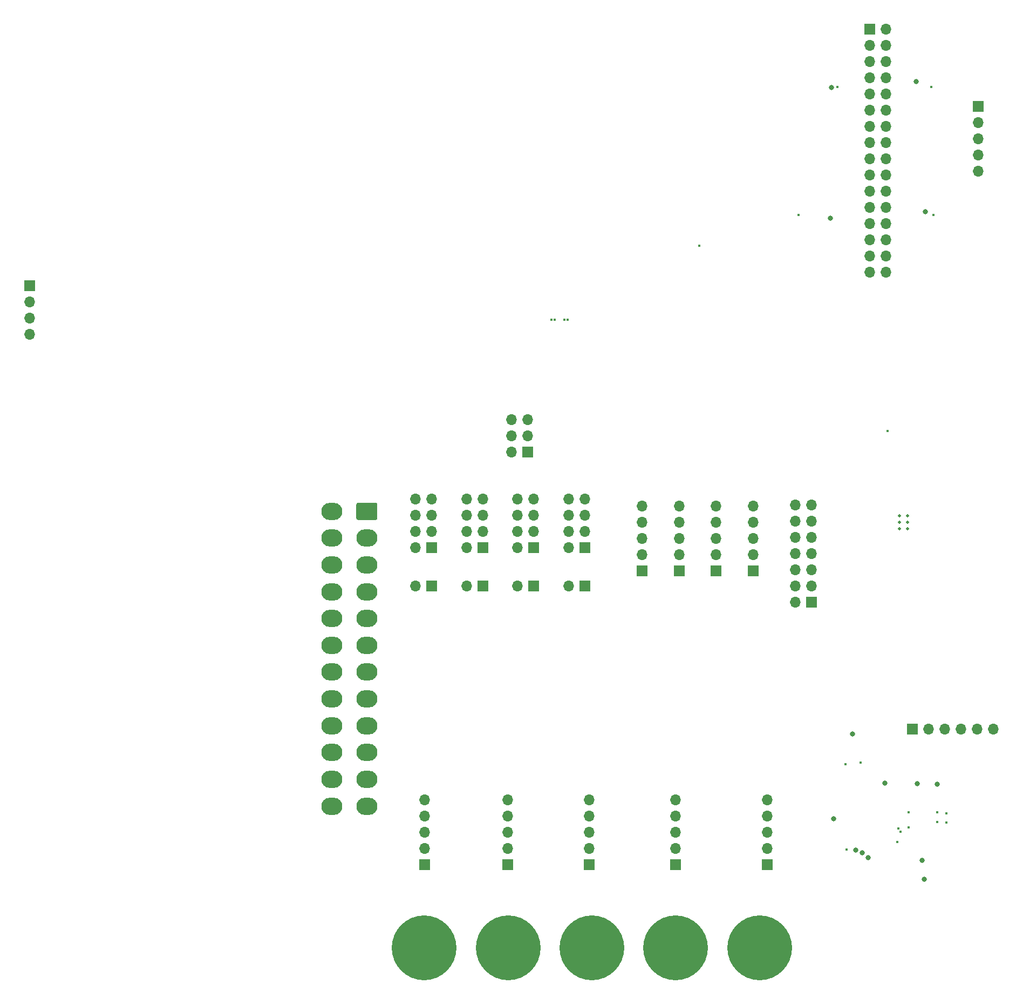
<source format=gbr>
%TF.GenerationSoftware,KiCad,Pcbnew,(5.1.6-dirty)*%
%TF.CreationDate,2020-08-28T22:36:31+02:00*%
%TF.ProjectId,FD,46442e6b-6963-4616-945f-706362585858,rev?*%
%TF.SameCoordinates,Original*%
%TF.FileFunction,Copper,L2,Inr*%
%TF.FilePolarity,Positive*%
%FSLAX46Y46*%
G04 Gerber Fmt 4.6, Leading zero omitted, Abs format (unit mm)*
G04 Created by KiCad (PCBNEW (5.1.6-dirty)) date 2020-08-28 22:36:31*
%MOMM*%
%LPD*%
G01*
G04 APERTURE LIST*
%TA.AperFunction,ViaPad*%
%ADD10O,3.300000X2.700000*%
%TD*%
%TA.AperFunction,ViaPad*%
%ADD11R,1.700000X1.700000*%
%TD*%
%TA.AperFunction,ViaPad*%
%ADD12O,1.700000X1.700000*%
%TD*%
%TA.AperFunction,ViaPad*%
%ADD13C,10.160000*%
%TD*%
%TA.AperFunction,ViaPad*%
%ADD14C,0.500000*%
%TD*%
%TA.AperFunction,ViaPad*%
%ADD15C,0.450000*%
%TD*%
%TA.AperFunction,ViaPad*%
%ADD16C,0.800000*%
%TD*%
G04 APERTURE END LIST*
%TO.N,+3.3V*%
%TO.C,J2*%
%TA.AperFunction,ViaPad*%
G36*
G01*
X146400001Y-100950000D02*
X149199999Y-100950000D01*
G75*
G02*
X149450000Y-101200001I0J-250001D01*
G01*
X149450000Y-103399999D01*
G75*
G02*
X149199999Y-103650000I-250001J0D01*
G01*
X146400001Y-103650000D01*
G75*
G02*
X146150000Y-103399999I0J250001D01*
G01*
X146150000Y-101200001D01*
G75*
G02*
X146400001Y-100950000I250001J0D01*
G01*
G37*
%TD.AperFunction*%
D10*
X147800000Y-106500000D03*
%TO.N,GND*%
X147800000Y-110700000D03*
%TO.N,+5V*%
X147800000Y-114900000D03*
%TO.N,GND*%
X147800000Y-119100000D03*
%TO.N,+5V*%
X147800000Y-123300000D03*
%TO.N,GND*%
X147800000Y-127500000D03*
%TO.N,ATX_POWEROK*%
X147800000Y-131700000D03*
%TO.N,Net-(J2-Pad9)*%
X147800000Y-135900000D03*
%TO.N,+12V*%
X147800000Y-140100000D03*
X147800000Y-144300000D03*
%TO.N,+3.3V*%
X147800000Y-148500000D03*
X142300000Y-102300000D03*
%TO.N,-12V*%
X142300000Y-106500000D03*
%TO.N,GND*%
X142300000Y-110700000D03*
%TO.N,Net-(J2-Pad16)*%
X142300000Y-114900000D03*
%TO.N,GND*%
X142300000Y-119100000D03*
X142300000Y-123300000D03*
X142300000Y-127500000D03*
%TO.N,Net-(J2-Pad20)*%
X142300000Y-131700000D03*
%TO.N,+5V*%
X142300000Y-135900000D03*
X142300000Y-140100000D03*
X142300000Y-144300000D03*
%TO.N,GND*%
X142300000Y-148500000D03*
%TD*%
D11*
%TO.N,Net-(J3-Pad1)*%
%TO.C,J3*%
X166000000Y-108000000D03*
D12*
X163460000Y-108000000D03*
X166000000Y-105460000D03*
X163460000Y-105460000D03*
%TO.N,VCCBRAM*%
X166000000Y-102920000D03*
%TO.N,VCCFPGA_S1_1.2V*%
X163460000Y-102920000D03*
%TO.N,VCCAUX*%
X166000000Y-100380000D03*
%TO.N,+3.3V*%
X163460000Y-100380000D03*
%TD*%
%TO.N,+3.3V*%
%TO.C,J4*%
X179460000Y-100380000D03*
%TO.N,VCCAUX*%
X182000000Y-100380000D03*
%TO.N,VCCFPGA_S1_1.2V*%
X179460000Y-102920000D03*
%TO.N,VCCBRAM*%
X182000000Y-102920000D03*
%TO.N,Net-(J4-Pad1)*%
X179460000Y-105460000D03*
X182000000Y-105460000D03*
X179460000Y-108000000D03*
D11*
X182000000Y-108000000D03*
%TD*%
D12*
%TO.N,+3.3V*%
%TO.C,J5*%
X155460000Y-100380000D03*
%TO.N,VCCAUX*%
X158000000Y-100380000D03*
%TO.N,VCCFPGA_S1_1.2V*%
X155460000Y-102920000D03*
%TO.N,VCCBRAM*%
X158000000Y-102920000D03*
%TO.N,Net-(J5-Pad1)*%
X155460000Y-105460000D03*
X158000000Y-105460000D03*
X155460000Y-108000000D03*
D11*
X158000000Y-108000000D03*
%TD*%
%TO.N,Net-(J6-Pad1)*%
%TO.C,J6*%
X174000000Y-108000000D03*
D12*
X171460000Y-108000000D03*
X174000000Y-105460000D03*
X171460000Y-105460000D03*
%TO.N,VCCBRAM*%
X174000000Y-102920000D03*
%TO.N,VCCFPGA_S1_1.2V*%
X171460000Y-102920000D03*
%TO.N,VCCAUX*%
X174000000Y-100380000D03*
%TO.N,+3.3V*%
X171460000Y-100380000D03*
%TD*%
D11*
%TO.N,VCCFPGA_S1_VREF_V1*%
%TO.C,J7*%
X166000000Y-114000000D03*
D12*
%TO.N,Net-(J7-Pad2)*%
X163460000Y-114000000D03*
%TD*%
%TO.N,Net-(J8-Pad2)*%
%TO.C,J8*%
X179460000Y-114000000D03*
D11*
%TO.N,VCCFPGA_S1_VREF_V2*%
X182000000Y-114000000D03*
%TD*%
D12*
%TO.N,Net-(J9-Pad2)*%
%TO.C,J9*%
X155460000Y-114000000D03*
D11*
%TO.N,VCCFPGA_S1_VREF_V3*%
X158000000Y-114000000D03*
%TD*%
%TO.N,VCCFPGA_S1_VREF_V4*%
%TO.C,J10*%
X174000000Y-114000000D03*
D12*
%TO.N,Net-(J10-Pad2)*%
X171460000Y-114000000D03*
%TD*%
D13*
%TO.N,-12V*%
%TO.C,J11*%
X156800000Y-170700000D03*
%TD*%
%TO.N,+5V*%
%TO.C,J12*%
X196250000Y-170700000D03*
%TD*%
%TO.N,+12V*%
%TO.C,J13*%
X209400000Y-170700000D03*
%TD*%
D12*
%TO.N,-12V*%
%TO.C,J14*%
X156900000Y-147540000D03*
X156900000Y-150080000D03*
X156900000Y-152620000D03*
X156900000Y-155160000D03*
D11*
X156900000Y-157700000D03*
%TD*%
D12*
%TO.N,+5V*%
%TO.C,J15*%
X196200000Y-147540000D03*
X196200000Y-150080000D03*
X196200000Y-152620000D03*
X196200000Y-155160000D03*
D11*
X196200000Y-157700000D03*
%TD*%
D12*
%TO.N,+12V*%
%TO.C,J16*%
X210600000Y-147540000D03*
X210600000Y-150080000D03*
X210600000Y-152620000D03*
X210600000Y-155160000D03*
D11*
X210600000Y-157700000D03*
%TD*%
%TO.N,VCCFPGA_S1_1.2V*%
%TO.C,J17*%
X196800000Y-111600000D03*
D12*
X196800000Y-109060000D03*
X196800000Y-106520000D03*
X196800000Y-103980000D03*
X196800000Y-101440000D03*
%TD*%
%TO.N,VCCBRAM*%
%TO.C,J18*%
X191000000Y-101440000D03*
X191000000Y-103980000D03*
X191000000Y-106520000D03*
X191000000Y-109060000D03*
D11*
X191000000Y-111600000D03*
%TD*%
D13*
%TO.N,+3.3V*%
%TO.C,J19*%
X183100000Y-170700000D03*
%TD*%
%TO.N,GND*%
%TO.C,J20*%
X169950000Y-170700000D03*
%TD*%
D11*
%TO.N,+3.3V*%
%TO.C,J21*%
X182700000Y-157700000D03*
D12*
X182700000Y-155160000D03*
X182700000Y-152620000D03*
X182700000Y-150080000D03*
X182700000Y-147540000D03*
%TD*%
%TO.N,GND*%
%TO.C,J22*%
X169900000Y-147540000D03*
X169900000Y-150080000D03*
X169900000Y-152620000D03*
X169900000Y-155160000D03*
D11*
X169900000Y-157700000D03*
%TD*%
%TO.N,VCCAUX*%
%TO.C,J23*%
X202600000Y-111600000D03*
D12*
X202600000Y-109060000D03*
X202600000Y-106520000D03*
X202600000Y-103980000D03*
X202600000Y-101440000D03*
%TD*%
D11*
%TO.N,VCCDDR_1.35V*%
%TO.C,J24*%
X208400000Y-111600000D03*
D12*
X208400000Y-109060000D03*
X208400000Y-106520000D03*
X208400000Y-103980000D03*
X208400000Y-101440000D03*
%TD*%
D11*
%TO.N,VCCFPGA_S1_VREF_V1*%
%TO.C,J26*%
X94905001Y-66965001D03*
D12*
%TO.N,VCCFPGA_S1_VREF_V2*%
X94905001Y-69505001D03*
%TO.N,VCCFPGA_S1_VREF_V3*%
X94905001Y-72045001D03*
%TO.N,VCCFPGA_S1_VREF_V4*%
X94905001Y-74585001D03*
%TD*%
D11*
%TO.N,Net-(J30-Pad1)*%
%TO.C,J30*%
X243700000Y-38800000D03*
D12*
X243700000Y-41340000D03*
X243700000Y-43880000D03*
X243700000Y-46420000D03*
X243700000Y-48960000D03*
%TD*%
D11*
%TO.N,Net-(J31-Pad1)*%
%TO.C,J31*%
X226700000Y-26680000D03*
D12*
%TO.N,Net-(J31-Pad2)*%
X229240000Y-26680000D03*
%TO.N,Net-(J31-Pad3)*%
X226700000Y-29220000D03*
%TO.N,Net-(J31-Pad4)*%
X229240000Y-29220000D03*
%TO.N,Net-(J31-Pad5)*%
X226700000Y-31760000D03*
%TO.N,Net-(J31-Pad6)*%
X229240000Y-31760000D03*
%TO.N,Net-(J31-Pad7)*%
X226700000Y-34300000D03*
%TO.N,Net-(J31-Pad8)*%
X229240000Y-34300000D03*
%TO.N,Net-(J31-Pad9)*%
X226700000Y-36840000D03*
%TO.N,Net-(J31-Pad10)*%
X229240000Y-36840000D03*
%TO.N,Net-(J31-Pad11)*%
X226700000Y-39380000D03*
%TO.N,Net-(J31-Pad12)*%
X229240000Y-39380000D03*
%TO.N,Net-(J31-Pad13)*%
X226700000Y-41920000D03*
%TO.N,Net-(J31-Pad14)*%
X229240000Y-41920000D03*
%TO.N,Net-(J31-Pad15)*%
X226700000Y-44460000D03*
%TO.N,Net-(J31-Pad16)*%
X229240000Y-44460000D03*
%TO.N,Net-(J31-Pad17)*%
X226700000Y-47000000D03*
%TO.N,Net-(J31-Pad18)*%
X229240000Y-47000000D03*
%TO.N,Net-(J31-Pad19)*%
X226700000Y-49540000D03*
%TO.N,Net-(J31-Pad20)*%
X229240000Y-49540000D03*
%TO.N,Net-(J31-Pad21)*%
X226700000Y-52080000D03*
%TO.N,Net-(J31-Pad22)*%
X229240000Y-52080000D03*
%TO.N,Net-(J31-Pad23)*%
X226700000Y-54620000D03*
%TO.N,Net-(J31-Pad24)*%
X229240000Y-54620000D03*
%TO.N,Net-(J31-Pad25)*%
X226700000Y-57160000D03*
%TO.N,Net-(J31-Pad26)*%
X229240000Y-57160000D03*
%TO.N,Net-(J31-Pad27)*%
X226700000Y-59700000D03*
%TO.N,Net-(J31-Pad28)*%
X229240000Y-59700000D03*
%TO.N,Net-(J31-Pad29)*%
X226700000Y-62240000D03*
%TO.N,Net-(J31-Pad30)*%
X229240000Y-62240000D03*
%TO.N,Net-(J31-Pad31)*%
X226700000Y-64780000D03*
%TO.N,Net-(J31-Pad32)*%
X229240000Y-64780000D03*
%TD*%
D11*
%TO.N,Net-(D8-Pad1)*%
%TO.C,J32*%
X233440000Y-136400000D03*
D12*
%TO.N,Net-(D7-Pad1)*%
X235980000Y-136400000D03*
%TO.N,Net-(D6-Pad1)*%
X238520000Y-136400000D03*
%TO.N,Net-(D5-Pad1)*%
X241060000Y-136400000D03*
%TO.N,VCCFPGA_S1_VCCO_CONFIG*%
X243600000Y-136400000D03*
%TO.N,GND*%
X246140000Y-136400000D03*
%TD*%
D11*
%TO.N,Net-(J33-Pad1)*%
%TO.C,J33*%
X173000000Y-93000000D03*
D12*
%TO.N,Net-(J33-Pad2)*%
X170460000Y-93000000D03*
%TO.N,Net-(J33-Pad3)*%
X173000000Y-90460000D03*
%TO.N,GND*%
X170460000Y-90460000D03*
X173000000Y-87920000D03*
X170460000Y-87920000D03*
%TD*%
D11*
%TO.N,FLASH_CONFIG_IO_0*%
%TO.C,J34*%
X217540000Y-116540000D03*
D12*
%TO.N,FLASH_CONFIG_IO_1*%
X215000000Y-116540000D03*
%TO.N,FLASH_CONFIG_IO_2*%
X217540000Y-114000000D03*
%TO.N,FLASH_CONFIG_IO_3*%
X215000000Y-114000000D03*
%TO.N,FLASH_CONFIG_CLK*%
X217540000Y-111460000D03*
%TO.N,FLASH_CONFIG_CS*%
X215000000Y-111460000D03*
%TO.N,GND*%
X217540000Y-108920000D03*
%TO.N,Net-(J34-Pad8)*%
X215000000Y-108920000D03*
%TO.N,Net-(J34-Pad9)*%
X217540000Y-106380000D03*
%TO.N,Net-(J34-Pad10)*%
X215000000Y-106380000D03*
%TO.N,Net-(J34-Pad11)*%
X217540000Y-103840000D03*
%TO.N,Net-(J34-Pad12)*%
X215000000Y-103840000D03*
%TO.N,Net-(J34-Pad13)*%
X217540000Y-101300000D03*
%TO.N,Net-(J34-Pad14)*%
X215000000Y-101300000D03*
%TD*%
D14*
%TO.N,GND*%
%TO.C,U10*%
X232650000Y-105000000D03*
X231350000Y-105000000D03*
X232650000Y-104000000D03*
X231350000Y-104000000D03*
X232650000Y-103000000D03*
X231350000Y-103000000D03*
%TD*%
D15*
%TO.N,GND*%
X199930000Y-60680000D03*
D16*
X234200000Y-145000000D03*
X220700000Y-35854990D03*
X220500000Y-56354990D03*
X234000000Y-34945010D03*
X235400000Y-55300000D03*
X224000000Y-137200000D03*
X237300000Y-145100000D03*
D15*
%TO.N,Net-(C1-Pad1)*%
X238700000Y-151100000D03*
X238700000Y-149600000D03*
%TO.N,Net-(C4-Pad1)*%
X232800000Y-151850000D03*
X232790000Y-149490000D03*
%TO.N,Net-(C7-Pad1)*%
X231500000Y-152500000D03*
X225304566Y-141695434D03*
%TO.N,Net-(C8-Pad1)*%
X231200000Y-152000000D03*
X222900000Y-141900000D03*
%TO.N,Net-(C9-Pad1)*%
X231000000Y-154100000D03*
X223100000Y-155300000D03*
D16*
%TO.N,+3.3V*%
X229100000Y-144900000D03*
X226420000Y-156548245D03*
X221000000Y-150500000D03*
D15*
%TO.N,VCCDDR_1.35V_VREF*%
X229490000Y-89659984D03*
%TO.N,VCCFPGA_S1_VCCO_CONFIG*%
X215500000Y-55800000D03*
D16*
%TO.N,Net-(D1-Pad1)*%
X234900000Y-157000000D03*
X224551989Y-155369998D03*
%TO.N,Net-(D2-Pad1)*%
X235300000Y-160000000D03*
X225500000Y-155800000D03*
D15*
%TO.N,/fpga-io/b35_15_P*%
X179330000Y-72240000D03*
%TO.N,/fpga-io/b35_15_N*%
X178790012Y-72244900D03*
%TO.N,/fpga-io/b35_7_N*%
X176740000Y-72237838D03*
%TO.N,/fpga-io/b35_7_P*%
X177280000Y-72237838D03*
%TO.N,Net-(J30-Pad1)*%
X236700000Y-55800000D03*
X221600000Y-35800000D03*
X236399996Y-35799996D03*
%TO.N,Net-(R5-Pad1)*%
X237300000Y-149500000D03*
X237300000Y-151000000D03*
%TD*%
M02*

</source>
